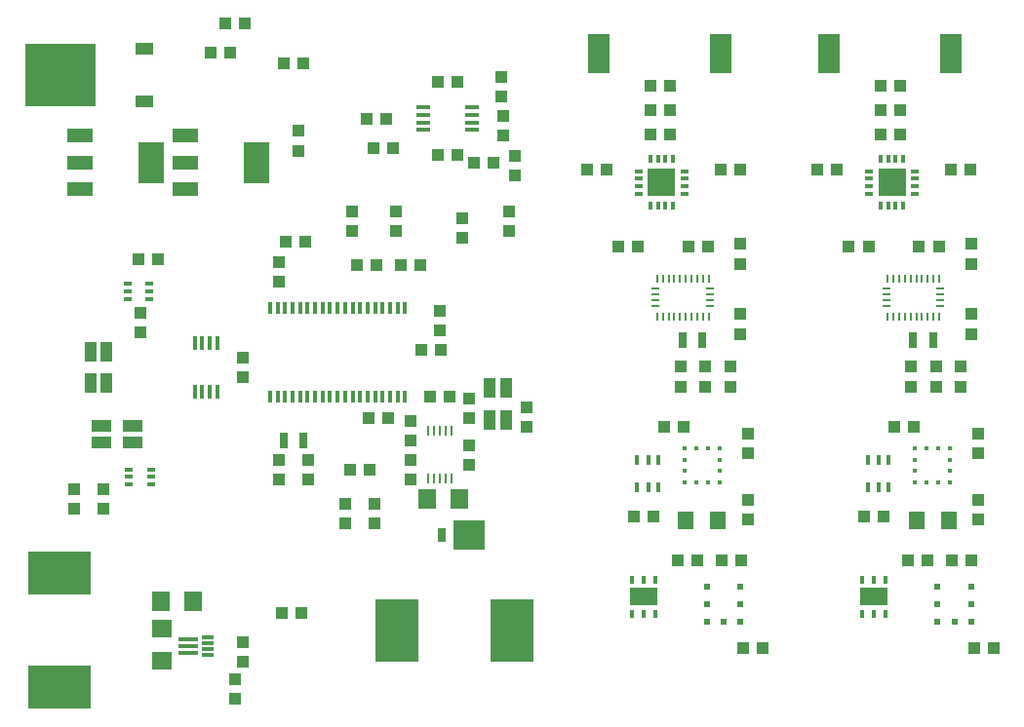
<source format=gtp>
G75*
%MOIN*%
%OFA0B0*%
%FSLAX25Y25*%
%IPPOS*%
%LPD*%
%AMOC8*
5,1,8,0,0,1.08239X$1,22.5*
%
%ADD10R,0.03937X0.04331*%
%ADD11R,0.04331X0.03937*%
%ADD12R,0.01181X0.04724*%
%ADD13R,0.24409X0.21260*%
%ADD14R,0.06299X0.03937*%
%ADD15R,0.02756X0.05512*%
%ADD16R,0.06299X0.07087*%
%ADD17R,0.07087X0.06299*%
%ADD18R,0.00984X0.03445*%
%ADD19R,0.07000X0.01300*%
%ADD20R,0.04000X0.01300*%
%ADD21R,0.02953X0.01181*%
%ADD22R,0.21654X0.15157*%
%ADD23R,0.15157X0.21654*%
%ADD24R,0.10500X0.10000*%
%ADD25R,0.02500X0.05000*%
%ADD26R,0.08799X0.04799*%
%ADD27R,0.08661X0.14173*%
%ADD28R,0.01378X0.03937*%
%ADD29R,0.04724X0.01181*%
%ADD30R,0.06800X0.04330*%
%ADD31R,0.04330X0.06800*%
%ADD32R,0.01600X0.02800*%
%ADD33R,0.09400X0.05900*%
%ADD34R,0.01969X0.02362*%
%ADD35R,0.02362X0.01969*%
%ADD36R,0.01200X0.03543*%
%ADD37R,0.01575X0.01575*%
%ADD38R,0.09252X0.09252*%
%ADD39R,0.01181X0.02953*%
%ADD40R,0.07480X0.13780*%
%ADD41R,0.00984X0.02657*%
%ADD42R,0.02657X0.00984*%
%ADD43R,0.05512X0.06299*%
D10*
X0045720Y0077954D03*
X0045720Y0084646D03*
X0103220Y0122954D03*
X0103220Y0129646D03*
X0115720Y0094646D03*
X0115720Y0087954D03*
X0125720Y0087954D03*
X0125720Y0094646D03*
X0148220Y0079646D03*
X0148220Y0072954D03*
X0180720Y0092954D03*
X0180720Y0099646D03*
X0174066Y0116300D03*
X0167374Y0116300D03*
X0164374Y0132100D03*
X0171066Y0132100D03*
X0164066Y0161300D03*
X0157374Y0161300D03*
X0149066Y0161300D03*
X0142374Y0161300D03*
X0140720Y0172954D03*
X0140720Y0179646D03*
X0155720Y0179646D03*
X0155720Y0172954D03*
X0182374Y0196300D03*
X0176566Y0198800D03*
X0169874Y0198800D03*
X0189066Y0196300D03*
X0152466Y0211200D03*
X0145774Y0211200D03*
X0124066Y0230300D03*
X0117374Y0230300D03*
X0099066Y0233800D03*
X0092374Y0233800D03*
X0097374Y0243800D03*
X0104066Y0243800D03*
X0117874Y0169300D03*
X0124566Y0169300D03*
X0231740Y0167437D03*
X0238433Y0167437D03*
X0273487Y0144383D03*
X0273487Y0137691D03*
X0269887Y0126383D03*
X0269887Y0119691D03*
X0261487Y0119691D03*
X0261487Y0126383D03*
X0253087Y0126383D03*
X0253087Y0119691D03*
X0275887Y0080783D03*
X0275887Y0074091D03*
X0331827Y0119691D03*
X0331827Y0126383D03*
X0340227Y0126383D03*
X0340227Y0119691D03*
X0348627Y0119691D03*
X0348627Y0126383D03*
X0352227Y0137691D03*
X0352227Y0144383D03*
X0317174Y0167437D03*
X0310481Y0167437D03*
X0321281Y0205837D03*
X0327974Y0205837D03*
X0249233Y0205837D03*
X0242540Y0205837D03*
X0354627Y0080783D03*
X0354627Y0074091D03*
X0123366Y0042200D03*
X0116674Y0042200D03*
D11*
X0103220Y0032146D03*
X0103220Y0025454D03*
X0100720Y0019646D03*
X0100720Y0012954D03*
X0138220Y0072954D03*
X0138220Y0079646D03*
X0139874Y0091300D03*
X0146566Y0091300D03*
X0160720Y0087954D03*
X0160720Y0094646D03*
X0160520Y0101154D03*
X0160520Y0107846D03*
X0153066Y0108800D03*
X0146374Y0108800D03*
X0180720Y0108954D03*
X0180720Y0115646D03*
X0200420Y0112446D03*
X0200420Y0105754D03*
X0236940Y0075237D03*
X0243633Y0075237D03*
X0251940Y0060237D03*
X0258633Y0060237D03*
X0266940Y0060237D03*
X0273633Y0060237D03*
X0274440Y0030237D03*
X0281133Y0030237D03*
X0330681Y0060237D03*
X0337374Y0060237D03*
X0345681Y0060237D03*
X0352374Y0060237D03*
X0322374Y0075237D03*
X0315681Y0075237D03*
X0326081Y0105937D03*
X0332774Y0105937D03*
X0354627Y0103583D03*
X0354627Y0096891D03*
X0352227Y0161691D03*
X0352227Y0168383D03*
X0341174Y0167437D03*
X0334481Y0167437D03*
X0345281Y0193837D03*
X0351974Y0193837D03*
X0327974Y0214237D03*
X0321281Y0214237D03*
X0321281Y0222637D03*
X0327974Y0222637D03*
X0306374Y0193837D03*
X0299681Y0193837D03*
X0273233Y0193837D03*
X0266540Y0193837D03*
X0249233Y0214237D03*
X0242540Y0214237D03*
X0242540Y0222637D03*
X0249233Y0222637D03*
X0227633Y0193837D03*
X0220940Y0193837D03*
X0196220Y0191954D03*
X0196220Y0198646D03*
X0192220Y0205454D03*
X0192220Y0212146D03*
X0191720Y0218954D03*
X0191720Y0225646D03*
X0176566Y0223800D03*
X0169874Y0223800D03*
X0154666Y0201300D03*
X0147974Y0201300D03*
X0122420Y0200354D03*
X0122420Y0207046D03*
X0115720Y0162146D03*
X0115720Y0155454D03*
X0074266Y0163100D03*
X0067574Y0163100D03*
X0068320Y0144846D03*
X0068320Y0138154D03*
X0055720Y0084646D03*
X0055720Y0077954D03*
X0170820Y0138954D03*
X0170820Y0145646D03*
X0178220Y0170454D03*
X0178220Y0177146D03*
X0194220Y0179646D03*
X0194220Y0172954D03*
X0255740Y0167437D03*
X0262433Y0167437D03*
X0273487Y0168383D03*
X0273487Y0161691D03*
X0275887Y0103583D03*
X0275887Y0096891D03*
X0254033Y0105937D03*
X0247340Y0105937D03*
X0353181Y0030237D03*
X0359874Y0030237D03*
D12*
X0094555Y0117981D03*
X0091996Y0117981D03*
X0089437Y0117981D03*
X0086877Y0117981D03*
X0086877Y0134615D03*
X0089437Y0134615D03*
X0091996Y0134615D03*
X0094555Y0134615D03*
D13*
X0040877Y0226300D03*
D14*
X0069618Y0217324D03*
X0069618Y0235276D03*
D15*
X0117374Y0101300D03*
X0124066Y0101300D03*
X0253758Y0135580D03*
X0260451Y0135580D03*
X0332498Y0135580D03*
X0339191Y0135580D03*
D16*
X0177232Y0081300D03*
X0166208Y0081300D03*
X0086232Y0046300D03*
X0075208Y0046300D03*
D17*
X0075720Y0036812D03*
X0075720Y0025788D03*
D18*
X0166783Y0088180D03*
X0168751Y0088180D03*
X0170720Y0088180D03*
X0172688Y0088180D03*
X0174657Y0088180D03*
X0174657Y0104420D03*
X0172688Y0104420D03*
X0170720Y0104420D03*
X0168751Y0104420D03*
X0166783Y0104420D03*
D19*
X0084820Y0033210D03*
X0084820Y0030850D03*
X0084820Y0028490D03*
D20*
X0091220Y0027890D03*
X0091220Y0029860D03*
X0091220Y0031830D03*
X0091220Y0033800D03*
D21*
X0071960Y0086241D03*
X0071960Y0088800D03*
X0071960Y0091359D03*
X0064480Y0091359D03*
X0064480Y0088800D03*
X0064480Y0086241D03*
X0063980Y0149641D03*
X0063980Y0152200D03*
X0063980Y0154759D03*
X0071460Y0154759D03*
X0071460Y0152200D03*
X0071460Y0149641D03*
X0238580Y0185693D03*
X0238580Y0188252D03*
X0238580Y0190811D03*
X0238580Y0193370D03*
X0254328Y0193370D03*
X0254328Y0190811D03*
X0254328Y0188252D03*
X0254328Y0185693D03*
X0317320Y0185693D03*
X0317320Y0188252D03*
X0317320Y0190811D03*
X0317320Y0193370D03*
X0333068Y0193370D03*
X0333068Y0190811D03*
X0333068Y0188252D03*
X0333068Y0185693D03*
D22*
X0040720Y0016713D03*
X0040720Y0055887D03*
D23*
X0156133Y0036300D03*
X0195307Y0036300D03*
D24*
X0180759Y0068800D03*
D25*
X0171470Y0068800D03*
D26*
X0083519Y0187202D03*
X0083519Y0196300D03*
X0083519Y0205398D03*
X0047519Y0205398D03*
X0047519Y0196300D03*
X0047519Y0187202D03*
D27*
X0071921Y0196300D03*
X0107921Y0196300D03*
D28*
X0112688Y0146457D03*
X0115248Y0146457D03*
X0117807Y0146457D03*
X0120366Y0146457D03*
X0122925Y0146457D03*
X0125484Y0146457D03*
X0128043Y0146457D03*
X0130602Y0146457D03*
X0133161Y0146457D03*
X0135720Y0146457D03*
X0138279Y0146457D03*
X0140838Y0146457D03*
X0143397Y0146457D03*
X0145956Y0146457D03*
X0148515Y0146457D03*
X0151074Y0146457D03*
X0153633Y0146457D03*
X0156192Y0146457D03*
X0158751Y0146457D03*
X0158751Y0116143D03*
X0156192Y0116143D03*
X0153633Y0116143D03*
X0151074Y0116143D03*
X0148515Y0116143D03*
X0145956Y0116143D03*
X0143397Y0116143D03*
X0140838Y0116143D03*
X0138279Y0116143D03*
X0135720Y0116143D03*
X0133161Y0116143D03*
X0130602Y0116143D03*
X0128043Y0116143D03*
X0125484Y0116143D03*
X0122925Y0116143D03*
X0120366Y0116143D03*
X0117807Y0116143D03*
X0115248Y0116143D03*
X0112688Y0116143D03*
D29*
X0164905Y0207457D03*
X0164905Y0210017D03*
X0164905Y0212576D03*
X0164905Y0215135D03*
X0181539Y0215135D03*
X0181539Y0212576D03*
X0181539Y0210017D03*
X0181539Y0207457D03*
D30*
X0065820Y0106100D03*
X0065820Y0100590D03*
X0054990Y0100590D03*
X0054990Y0106100D03*
D31*
X0056830Y0120870D03*
X0051320Y0120870D03*
X0051320Y0131700D03*
X0056830Y0131700D03*
X0187720Y0119100D03*
X0193230Y0119100D03*
X0193230Y0108270D03*
X0187720Y0108270D03*
D32*
X0236387Y0053437D03*
X0240287Y0053437D03*
X0244187Y0053437D03*
X0244187Y0042037D03*
X0240287Y0042037D03*
X0236387Y0042037D03*
X0315127Y0042037D03*
X0319027Y0042037D03*
X0322927Y0042037D03*
X0322927Y0053437D03*
X0319027Y0053437D03*
X0315127Y0053437D03*
D33*
X0319027Y0047737D03*
X0240287Y0047737D03*
D34*
X0262078Y0045237D03*
X0262078Y0039331D03*
X0273496Y0039331D03*
X0273496Y0045237D03*
X0273496Y0051143D03*
X0262078Y0051143D03*
X0340818Y0051143D03*
X0340818Y0045237D03*
X0340818Y0039331D03*
X0352236Y0039331D03*
X0352236Y0045237D03*
X0352236Y0051143D03*
D35*
X0346527Y0039331D03*
X0267787Y0039331D03*
D36*
X0245425Y0085060D03*
X0241881Y0085060D03*
X0238141Y0085060D03*
X0238141Y0094509D03*
X0241881Y0094509D03*
X0245425Y0094509D03*
X0316881Y0094509D03*
X0320622Y0094509D03*
X0324165Y0094509D03*
X0324165Y0085060D03*
X0320622Y0085060D03*
X0316881Y0085060D03*
D37*
X0333122Y0086831D03*
X0337059Y0086831D03*
X0340996Y0086831D03*
X0344933Y0086831D03*
X0344933Y0090769D03*
X0344933Y0094706D03*
X0344933Y0098643D03*
X0340996Y0098643D03*
X0337059Y0098643D03*
X0333122Y0098643D03*
X0333122Y0094706D03*
X0333122Y0090769D03*
X0266192Y0090769D03*
X0266192Y0086831D03*
X0262255Y0086831D03*
X0258318Y0086831D03*
X0254381Y0086831D03*
X0254381Y0090769D03*
X0254381Y0094706D03*
X0254381Y0098643D03*
X0258318Y0098643D03*
X0262255Y0098643D03*
X0266192Y0098643D03*
X0266192Y0094706D03*
D38*
X0246454Y0189531D03*
X0325194Y0189531D03*
D39*
X0323914Y0197406D03*
X0321355Y0197406D03*
X0326474Y0197406D03*
X0329033Y0197406D03*
X0329033Y0181657D03*
X0326474Y0181657D03*
X0323914Y0181657D03*
X0321355Y0181657D03*
X0250292Y0181657D03*
X0247733Y0181657D03*
X0245174Y0181657D03*
X0242615Y0181657D03*
X0242615Y0197406D03*
X0245174Y0197406D03*
X0247733Y0197406D03*
X0250292Y0197406D03*
D40*
X0266753Y0233634D03*
X0303761Y0233634D03*
X0345493Y0233634D03*
X0225021Y0233634D03*
D41*
X0244920Y0156701D03*
X0246888Y0156701D03*
X0248857Y0156701D03*
X0250825Y0156701D03*
X0252794Y0156701D03*
X0254762Y0156701D03*
X0256731Y0156701D03*
X0258700Y0156701D03*
X0260668Y0156701D03*
X0262637Y0156701D03*
X0262637Y0143600D03*
X0260668Y0143600D03*
X0258700Y0143600D03*
X0256731Y0143600D03*
X0254762Y0143600D03*
X0252794Y0143600D03*
X0250825Y0143600D03*
X0248857Y0143600D03*
X0246888Y0143600D03*
X0244920Y0143600D03*
X0323660Y0143600D03*
X0325629Y0143600D03*
X0327597Y0143600D03*
X0329566Y0143600D03*
X0331534Y0143600D03*
X0333503Y0143600D03*
X0335471Y0143600D03*
X0337440Y0143600D03*
X0339408Y0143600D03*
X0341377Y0143600D03*
X0341377Y0156701D03*
X0339408Y0156701D03*
X0337440Y0156701D03*
X0335471Y0156701D03*
X0333503Y0156701D03*
X0331534Y0156701D03*
X0329566Y0156701D03*
X0327597Y0156701D03*
X0325629Y0156701D03*
X0323660Y0156701D03*
D42*
X0323217Y0153098D03*
X0323217Y0151130D03*
X0323217Y0149161D03*
X0323217Y0147193D03*
X0341820Y0147193D03*
X0341820Y0149161D03*
X0341820Y0151130D03*
X0341820Y0153098D03*
X0263079Y0153098D03*
X0263079Y0151130D03*
X0263079Y0149161D03*
X0263079Y0147193D03*
X0244477Y0147193D03*
X0244477Y0149161D03*
X0244477Y0151130D03*
X0244477Y0153098D03*
D43*
X0254775Y0074037D03*
X0265799Y0074037D03*
X0333515Y0074037D03*
X0344539Y0074037D03*
M02*

</source>
